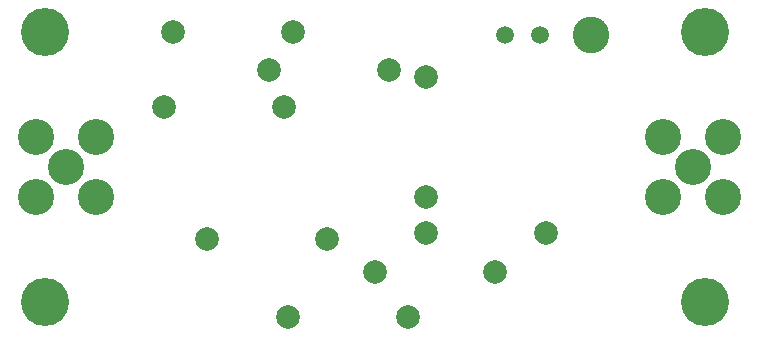
<source format=gbr>
G04 #@! TF.FileFunction,Soldermask,Bot*
%FSLAX46Y46*%
G04 Gerber Fmt 4.6, Leading zero omitted, Abs format (unit mm)*
G04 Created by KiCad (PCBNEW 4.0.1-3.201512221401+6198~38~ubuntu15.10.1-stable) date Tue 19 Jan 2016 04:32:07 PM PST*
%MOMM*%
G01*
G04 APERTURE LIST*
%ADD10C,0.100000*%
%ADD11C,3.048000*%
%ADD12C,1.500000*%
%ADD13C,3.100000*%
%ADD14C,1.998980*%
%ADD15C,4.064000*%
G04 APERTURE END LIST*
D10*
D11*
X123698000Y-108204000D03*
X121158000Y-110744000D03*
X121158000Y-105664000D03*
X126238000Y-105664000D03*
X126238000Y-110744000D03*
X176784000Y-108204000D03*
X179324000Y-105664000D03*
X179324000Y-110744000D03*
X174244000Y-110744000D03*
X174244000Y-105664000D03*
D12*
X160830000Y-97028000D03*
X163830000Y-97028000D03*
D13*
X168150000Y-97028000D03*
D14*
X142113000Y-103124000D03*
X131953000Y-103124000D03*
X145796000Y-114300000D03*
X135636000Y-114300000D03*
X154178000Y-113792000D03*
X164338000Y-113792000D03*
X154178000Y-100584000D03*
X154178000Y-110744000D03*
X132715000Y-96774000D03*
X142875000Y-96774000D03*
X152654000Y-120904000D03*
X142494000Y-120904000D03*
X140843000Y-99949000D03*
X151003000Y-99949000D03*
X160020000Y-117094000D03*
X149860000Y-117094000D03*
D15*
X121920000Y-96774000D03*
X121920000Y-119634000D03*
X177800000Y-119634000D03*
X177800000Y-96774000D03*
M02*

</source>
